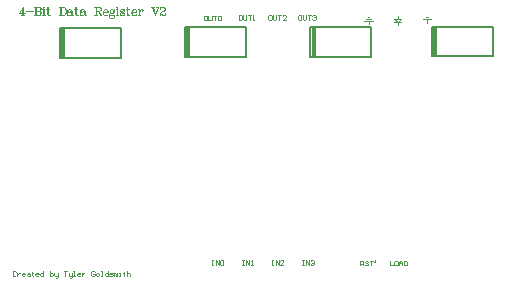
<source format=gbr>
%TF.GenerationSoftware,Altium Limited,Altium Designer,23.5.1 (21)*%
G04 Layer_Color=65535*
%FSLAX45Y45*%
%MOMM*%
%TF.SameCoordinates,90272B24-A97A-474C-8309-4AF10B7EB36B*%
%TF.FilePolarity,Positive*%
%TF.FileFunction,Legend,Top*%
%TF.Part,Single*%
G01*
G75*
%TA.AperFunction,NonConductor*%
%ADD18C,0.12500*%
%ADD19C,0.10000*%
%ADD20C,0.20000*%
%ADD21R,0.40000X2.40000*%
D18*
X3555730Y2270000D02*
X3578230D01*
X3535730Y2250000D02*
X3568270D01*
X3600730D01*
X3568270Y2217500D02*
Y2250000D01*
D19*
X3322000Y2252500D02*
Y2272500D01*
Y2252500D02*
X3352000D01*
Y2252500D02*
Y2252500D01*
X3322000Y2222500D02*
X3352000Y2252500D01*
X3322000Y2222500D02*
Y2222500D01*
X3292000Y2252500D02*
X3322000Y2222500D01*
X3292000Y2252500D02*
X3322000D01*
X3292000Y2222500D02*
X3322000D01*
X3352000D01*
X3322000Y2200000D02*
Y2222500D01*
X3072927Y2203514D02*
Y2233514D01*
X3032927D02*
X3072927D01*
X3112926D01*
X3053155Y2250561D02*
X3073155D01*
X3093155D01*
X3067228Y2265988D02*
X3077228D01*
X1992494Y2279987D02*
X1979164D01*
X1972500Y2273323D01*
Y2246665D01*
X1979164Y2240000D01*
X1992494D01*
X1999158Y2246665D01*
Y2273323D01*
X1992494Y2279987D01*
X2012487D02*
Y2246665D01*
X2019151Y2240000D01*
X2032481D01*
X2039145Y2246665D01*
Y2279987D01*
X2052474D02*
X2079132D01*
X2065803D01*
Y2240000D01*
X2092461D02*
X2105790D01*
X2099125D01*
Y2279987D01*
X2092461Y2273323D01*
X1745000Y209987D02*
X1758329D01*
X1751665D01*
Y170000D01*
X1745000D01*
X1758329D01*
X1778323D02*
Y209987D01*
X1804981Y170000D01*
Y209987D01*
X1818310Y203322D02*
X1824974Y209987D01*
X1838303D01*
X1844968Y203322D01*
Y176664D01*
X1838303Y170000D01*
X1824974D01*
X1818310Y176664D01*
Y203322D01*
X2510000Y207487D02*
X2523329D01*
X2516665D01*
Y167500D01*
X2510000D01*
X2523329D01*
X2543323D02*
Y207487D01*
X2569981Y167500D01*
Y207487D01*
X2583310Y200823D02*
X2589974Y207487D01*
X2603303D01*
X2609968Y200823D01*
Y194158D01*
X2603303Y187494D01*
X2596638D01*
X2603303D01*
X2609968Y180829D01*
Y174164D01*
X2603303Y167500D01*
X2589974D01*
X2583310Y174164D01*
X3002500Y162500D02*
Y202487D01*
X3022494D01*
X3029158Y195823D01*
Y182494D01*
X3022494Y175829D01*
X3002500D01*
X3015829D02*
X3029158Y162500D01*
X3069145Y195823D02*
X3062481Y202487D01*
X3049151D01*
X3042487Y195823D01*
Y189158D01*
X3049151Y182494D01*
X3062481D01*
X3069145Y175829D01*
Y169165D01*
X3062481Y162500D01*
X3049151D01*
X3042487Y169165D01*
X3082474Y202487D02*
X3109132D01*
X3095803D01*
Y162500D01*
X3129125Y209151D02*
Y195823D01*
X3122461Y189158D01*
X2244993Y2279987D02*
X2231664D01*
X2225000Y2273323D01*
Y2246665D01*
X2231664Y2240000D01*
X2244993D01*
X2251658Y2246665D01*
Y2273323D01*
X2244993Y2279987D01*
X2264987D02*
Y2246665D01*
X2271651Y2240000D01*
X2284980D01*
X2291645Y2246665D01*
Y2279987D01*
X2304974D02*
X2331632D01*
X2318303D01*
Y2240000D01*
X2371619D02*
X2344961D01*
X2371619Y2266658D01*
Y2273323D01*
X2364954Y2279987D01*
X2351625D01*
X2344961Y2273323D01*
X2497494Y2282487D02*
X2484164D01*
X2477500Y2275822D01*
Y2249164D01*
X2484164Y2242500D01*
X2497494D01*
X2504158Y2249164D01*
Y2275822D01*
X2497494Y2282487D01*
X2517487D02*
Y2249164D01*
X2524151Y2242500D01*
X2537481D01*
X2544145Y2249164D01*
Y2282487D01*
X2557474D02*
X2584132D01*
X2570803D01*
Y2242500D01*
X2597461Y2275822D02*
X2604125Y2282487D01*
X2617455D01*
X2624119Y2275822D01*
Y2269158D01*
X2617455Y2262494D01*
X2610790D01*
X2617455D01*
X2624119Y2255829D01*
Y2249164D01*
X2617455Y2242500D01*
X2604125D01*
X2597461Y2249164D01*
X2005000Y207487D02*
X2018329D01*
X2011665D01*
Y167500D01*
X2005000D01*
X2018329D01*
X2038323D02*
Y207487D01*
X2064981Y167500D01*
Y207487D01*
X2078310Y167500D02*
X2091638D01*
X2084974D01*
Y207487D01*
X2078310Y200823D01*
X1697494Y2277487D02*
X1684165D01*
X1677500Y2270822D01*
Y2244164D01*
X1684165Y2237500D01*
X1697494D01*
X1704158Y2244164D01*
Y2270822D01*
X1697494Y2277487D01*
X1717487D02*
Y2244164D01*
X1724151Y2237500D01*
X1737481D01*
X1744145Y2244164D01*
Y2277487D01*
X1757474D02*
X1784132D01*
X1770803D01*
Y2237500D01*
X1797461Y2270822D02*
X1804125Y2277487D01*
X1817455D01*
X1824119Y2270822D01*
Y2244164D01*
X1817455Y2237500D01*
X1804125D01*
X1797461Y2244164D01*
Y2270822D01*
X2252500Y204987D02*
X2265829D01*
X2259164D01*
Y165000D01*
X2252500D01*
X2265829D01*
X2285822D02*
Y204987D01*
X2312481Y165000D01*
Y204987D01*
X2352467Y165000D02*
X2325809D01*
X2352467Y191658D01*
Y198322D01*
X2345803Y204987D01*
X2332474D01*
X2325809Y198322D01*
X3252500Y202487D02*
Y162500D01*
X3279158D01*
X3312481Y202487D02*
X3299151D01*
X3292487Y195823D01*
Y169165D01*
X3299151Y162500D01*
X3312481D01*
X3319145Y169165D01*
Y195823D01*
X3312481Y202487D01*
X3332474Y162500D02*
Y189158D01*
X3345803Y202487D01*
X3359132Y189158D01*
Y162500D01*
Y182494D01*
X3332474D01*
X3372461Y202487D02*
Y162500D01*
X3392454D01*
X3399119Y169165D01*
Y195823D01*
X3392454Y202487D01*
X3372461D01*
X86658Y106651D02*
X79993Y113316D01*
X66664D01*
X60000Y106651D01*
Y79993D01*
X66664Y73329D01*
X79993D01*
X86658Y79993D01*
X99987Y99987D02*
Y73329D01*
Y86658D01*
X106651Y93322D01*
X113316Y99987D01*
X119980D01*
X159967Y73329D02*
X146638D01*
X139974Y79993D01*
Y93322D01*
X146638Y99987D01*
X159967D01*
X166632Y93322D01*
Y86658D01*
X139974D01*
X186625Y99987D02*
X199954D01*
X206619Y93322D01*
Y73329D01*
X186625D01*
X179961Y79993D01*
X186625Y86658D01*
X206619D01*
X226612Y106651D02*
Y99987D01*
X219948D01*
X233277D01*
X226612D01*
Y79993D01*
X233277Y73329D01*
X273264D02*
X259935D01*
X253270Y79993D01*
Y93322D01*
X259935Y99987D01*
X273264D01*
X279928Y93322D01*
Y86658D01*
X253270D01*
X319915Y113316D02*
Y73329D01*
X299922D01*
X293257Y79993D01*
Y93322D01*
X299922Y99987D01*
X319915D01*
X373231Y113316D02*
Y73329D01*
X393225D01*
X399889Y79993D01*
Y86658D01*
Y93322D01*
X393225Y99987D01*
X373231D01*
X413218D02*
Y79993D01*
X419883Y73329D01*
X439876D01*
Y66664D01*
X433212Y60000D01*
X426547D01*
X439876Y73329D02*
Y99987D01*
X493192Y113316D02*
X519850D01*
X506521D01*
Y73329D01*
X533179Y99987D02*
Y79993D01*
X539843Y73329D01*
X559837D01*
Y66664D01*
X553173Y60000D01*
X546508D01*
X559837Y73329D02*
Y99987D01*
X573166Y73329D02*
X586495D01*
X579830D01*
Y113316D01*
X573166D01*
X626482Y73329D02*
X613153D01*
X606488Y79993D01*
Y93322D01*
X613153Y99987D01*
X626482D01*
X633147Y93322D01*
Y86658D01*
X606488D01*
X646475Y99987D02*
Y73329D01*
Y86658D01*
X653140Y93322D01*
X659804Y99987D01*
X666469D01*
X753107Y106651D02*
X746443Y113316D01*
X733114D01*
X726449Y106651D01*
Y79993D01*
X733114Y73329D01*
X746443D01*
X753107Y79993D01*
Y93322D01*
X739778D01*
X773101Y73329D02*
X786430D01*
X793094Y79993D01*
Y93322D01*
X786430Y99987D01*
X773101D01*
X766436Y93322D01*
Y79993D01*
X773101Y73329D01*
X806423D02*
X819752D01*
X813088D01*
Y113316D01*
X806423D01*
X866404D02*
Y73329D01*
X846410D01*
X839746Y79993D01*
Y93322D01*
X846410Y99987D01*
X866404D01*
X879733Y73329D02*
X899726D01*
X906391Y79993D01*
X899726Y86658D01*
X886397D01*
X879733Y93322D01*
X886397Y99987D01*
X906391D01*
X919720Y73329D02*
Y99987D01*
X926384D01*
X933049Y93322D01*
Y73329D01*
Y93322D01*
X939713Y99987D01*
X946378Y93322D01*
Y73329D01*
X959707D02*
X973036D01*
X966371D01*
Y99987D01*
X959707D01*
X999694Y106651D02*
Y99987D01*
X993029D01*
X1006358D01*
X999694D01*
Y79993D01*
X1006358Y73329D01*
X1026352Y113316D02*
Y73329D01*
Y93322D01*
X1033016Y99987D01*
X1046345D01*
X1053010Y93322D01*
Y73329D01*
X143326Y2346648D02*
Y2283328D01*
X163322Y2303324D02*
X110000D01*
X146659Y2353314D01*
Y2283328D01*
X133328D02*
X156657D01*
X172987Y2313322D02*
X232974D01*
X251970Y2353314D02*
Y2283328D01*
X255303Y2353314D02*
Y2283328D01*
X241972Y2353314D02*
X281964D01*
X291962Y2349981D01*
X295294Y2346648D01*
X298627Y2339983D01*
Y2333318D01*
X295294Y2326652D01*
X291962Y2323320D01*
X281964Y2319987D01*
Y2353314D02*
X288629Y2349981D01*
X291962Y2346648D01*
X295294Y2339983D01*
Y2333318D01*
X291962Y2326652D01*
X288629Y2323320D01*
X281964Y2319987D01*
X255303D02*
X281964D01*
X291962Y2316655D01*
X295294Y2313322D01*
X298627Y2306657D01*
Y2296659D01*
X295294Y2289994D01*
X291962Y2286661D01*
X281964Y2283328D01*
X241972D01*
X281964Y2319987D02*
X288629Y2316655D01*
X291962Y2313322D01*
X295294Y2306657D01*
Y2296659D01*
X291962Y2289994D01*
X288629Y2286661D01*
X281964Y2283328D01*
X317956Y2353314D02*
X314623Y2349981D01*
X317956Y2346648D01*
X321288Y2349981D01*
X317956Y2353314D01*
Y2329985D02*
Y2283328D01*
X321288Y2329985D02*
Y2283328D01*
X307958Y2329985D02*
X321288D01*
X307958Y2283328D02*
X331286D01*
X363946D02*
X360613Y2286661D01*
X357281Y2296659D01*
Y2353314D01*
X353948D01*
Y2296659D01*
X357281Y2286661D01*
X363946Y2283328D01*
X370611D01*
X377277Y2286661D01*
X380609Y2293326D01*
X343950Y2329985D02*
X370611D01*
X464925Y2353314D02*
Y2283328D01*
X468257Y2353314D02*
Y2283328D01*
X454927Y2353314D02*
X488253D01*
X498251Y2349981D01*
X504916Y2343316D01*
X508249Y2336650D01*
X511581Y2326652D01*
Y2309990D01*
X508249Y2299992D01*
X504916Y2293326D01*
X498251Y2286661D01*
X488253Y2283328D01*
X454927D01*
X488253Y2353314D02*
X494918Y2349981D01*
X501583Y2343316D01*
X504916Y2336650D01*
X508249Y2326652D01*
Y2309990D01*
X504916Y2299992D01*
X501583Y2293326D01*
X494918Y2286661D01*
X488253Y2283328D01*
X527578Y2323320D02*
Y2319987D01*
X524245D01*
Y2323320D01*
X527578Y2326652D01*
X534243Y2329985D01*
X547574D01*
X554239Y2326652D01*
X557571Y2323320D01*
X560904Y2316655D01*
Y2293326D01*
X564237Y2286661D01*
X567569Y2283328D01*
X557571Y2323320D02*
Y2293326D01*
X560904Y2286661D01*
X567569Y2283328D01*
X570902D01*
X557571Y2316655D02*
X554239Y2313322D01*
X534243Y2309990D01*
X524245Y2306657D01*
X520913Y2299992D01*
Y2293326D01*
X524245Y2286661D01*
X534243Y2283328D01*
X544241D01*
X550906Y2286661D01*
X557571Y2293326D01*
X534243Y2309990D02*
X527578Y2306657D01*
X524245Y2299992D01*
Y2293326D01*
X527578Y2286661D01*
X534243Y2283328D01*
X600895D02*
X597563Y2286661D01*
X594230Y2296659D01*
Y2353314D01*
X590898D01*
Y2296659D01*
X594230Y2286661D01*
X600895Y2283328D01*
X607561D01*
X614226Y2286661D01*
X617559Y2293326D01*
X580900Y2329985D02*
X607561D01*
X635555Y2323320D02*
Y2319987D01*
X632222D01*
Y2323320D01*
X635555Y2326652D01*
X642220Y2329985D01*
X655551D01*
X662216Y2326652D01*
X665548Y2323320D01*
X668881Y2316655D01*
Y2293326D01*
X672214Y2286661D01*
X675546Y2283328D01*
X665548Y2323320D02*
Y2293326D01*
X668881Y2286661D01*
X675546Y2283328D01*
X678879D01*
X665548Y2316655D02*
X662216Y2313322D01*
X642220Y2309990D01*
X632222Y2306657D01*
X628890Y2299992D01*
Y2293326D01*
X632222Y2286661D01*
X642220Y2283328D01*
X652218D01*
X658883Y2286661D01*
X665548Y2293326D01*
X642220Y2309990D02*
X635555Y2306657D01*
X632222Y2299992D01*
Y2293326D01*
X635555Y2286661D01*
X642220Y2283328D01*
X761861Y2353314D02*
Y2283328D01*
X765194Y2353314D02*
Y2283328D01*
X751863Y2353314D02*
X791855D01*
X801853Y2349981D01*
X805185Y2346648D01*
X808518Y2339983D01*
Y2333318D01*
X805185Y2326652D01*
X801853Y2323320D01*
X791855Y2319987D01*
X765194D01*
X791855Y2353314D02*
X798520Y2349981D01*
X801853Y2346648D01*
X805185Y2339983D01*
Y2333318D01*
X801853Y2326652D01*
X798520Y2323320D01*
X791855Y2319987D01*
X751863Y2283328D02*
X775192D01*
X781857Y2319987D02*
X788522Y2316655D01*
X791855Y2313322D01*
X801853Y2289994D01*
X805185Y2286661D01*
X808518D01*
X811851Y2289994D01*
X788522Y2316655D02*
X791855Y2309990D01*
X798520Y2286661D01*
X801853Y2283328D01*
X808518D01*
X811851Y2289994D01*
Y2293326D01*
X824181Y2309990D02*
X864173D01*
Y2316655D01*
X860840Y2323320D01*
X857508Y2326652D01*
X850842Y2329985D01*
X840844D01*
X830847Y2326652D01*
X824181Y2319987D01*
X820849Y2309990D01*
Y2303324D01*
X824181Y2293326D01*
X830847Y2286661D01*
X840844Y2283328D01*
X847510D01*
X857508Y2286661D01*
X864173Y2293326D01*
X860840Y2309990D02*
Y2319987D01*
X857508Y2326652D01*
X840844Y2329985D02*
X834179Y2326652D01*
X827514Y2319987D01*
X824181Y2309990D01*
Y2303324D01*
X827514Y2293326D01*
X834179Y2286661D01*
X840844Y2283328D01*
X894833Y2329985D02*
X888168Y2326652D01*
X884835Y2323320D01*
X881502Y2316655D01*
Y2309990D01*
X884835Y2303324D01*
X888168Y2299992D01*
X894833Y2296659D01*
X901498D01*
X908164Y2299992D01*
X911496Y2303324D01*
X914829Y2309990D01*
Y2316655D01*
X911496Y2323320D01*
X908164Y2326652D01*
X901498Y2329985D01*
X894833D01*
X888168Y2326652D02*
X884835Y2319987D01*
Y2306657D01*
X888168Y2299992D01*
X908164D02*
X911496Y2306657D01*
Y2319987D01*
X908164Y2326652D01*
X911496Y2323320D02*
X914829Y2326652D01*
X921494Y2329985D01*
Y2326652D01*
X914829D01*
X884835Y2303324D02*
X881502Y2299992D01*
X878170Y2293326D01*
Y2289994D01*
X881502Y2283328D01*
X891500Y2279996D01*
X908164D01*
X918161Y2276663D01*
X921494Y2273330D01*
X878170Y2289994D02*
X881502Y2286661D01*
X891500Y2283328D01*
X908164D01*
X918161Y2279996D01*
X921494Y2273330D01*
Y2269998D01*
X918161Y2263333D01*
X908164Y2260000D01*
X888168D01*
X878170Y2263333D01*
X874837Y2269998D01*
Y2273330D01*
X878170Y2279996D01*
X888168Y2283328D01*
X941823Y2353314D02*
X938490Y2349981D01*
X941823Y2346648D01*
X945156Y2349981D01*
X941823Y2353314D01*
Y2329985D02*
Y2283328D01*
X945156Y2329985D02*
Y2283328D01*
X931825Y2329985D02*
X945156D01*
X931825Y2283328D02*
X955154D01*
X1001144Y2323320D02*
X1004476Y2329985D01*
Y2316655D01*
X1001144Y2323320D01*
X997811Y2326652D01*
X991146Y2329985D01*
X977815D01*
X971150Y2326652D01*
X967817Y2323320D01*
Y2316655D01*
X971150Y2313322D01*
X977815Y2309990D01*
X994479Y2303324D01*
X1001144Y2299992D01*
X1004476Y2296659D01*
X967817Y2319987D02*
X971150Y2316655D01*
X977815Y2313322D01*
X994479Y2306657D01*
X1001144Y2303324D01*
X1004476Y2299992D01*
Y2289994D01*
X1001144Y2286661D01*
X994479Y2283328D01*
X981148D01*
X974483Y2286661D01*
X971150Y2289994D01*
X967817Y2296659D01*
Y2283328D01*
X971150Y2289994D01*
X1035803Y2283328D02*
X1032470Y2286661D01*
X1029138Y2296659D01*
Y2353314D01*
X1025805D01*
Y2296659D01*
X1029138Y2286661D01*
X1035803Y2283328D01*
X1042468D01*
X1049134Y2286661D01*
X1052466Y2293326D01*
X1015807Y2329985D02*
X1042468D01*
X1067130Y2309990D02*
X1107121D01*
Y2316655D01*
X1103788Y2323320D01*
X1100456Y2326652D01*
X1093791Y2329985D01*
X1083793D01*
X1073795Y2326652D01*
X1067130Y2319987D01*
X1063797Y2309990D01*
Y2303324D01*
X1067130Y2293326D01*
X1073795Y2286661D01*
X1083793Y2283328D01*
X1090458D01*
X1100456Y2286661D01*
X1107121Y2293326D01*
X1103788Y2309990D02*
Y2319987D01*
X1100456Y2326652D01*
X1083793Y2329985D02*
X1077127Y2326652D01*
X1070462Y2319987D01*
X1067130Y2309990D01*
Y2303324D01*
X1070462Y2293326D01*
X1077127Y2286661D01*
X1083793Y2283328D01*
X1127783Y2329985D02*
Y2283328D01*
X1131116Y2329985D02*
Y2283328D01*
Y2309990D02*
X1134449Y2319987D01*
X1141114Y2326652D01*
X1147779Y2329985D01*
X1157777D01*
X1161109Y2326652D01*
Y2323320D01*
X1157777Y2319987D01*
X1154444Y2323320D01*
X1157777Y2326652D01*
X1117785Y2329985D02*
X1131116D01*
X1117785Y2283328D02*
X1141114D01*
X1241426Y2353314D02*
X1264754Y2283328D01*
X1244758Y2353314D02*
X1264754Y2293326D01*
X1288083Y2353314D02*
X1264754Y2283328D01*
X1234761Y2353314D02*
X1254756D01*
X1274752D02*
X1294748D01*
X1307079Y2339983D02*
X1310411Y2336650D01*
X1307079Y2333318D01*
X1303746Y2336650D01*
Y2339983D01*
X1307079Y2346648D01*
X1310411Y2349981D01*
X1320409Y2353314D01*
X1333740D01*
X1343737Y2349981D01*
X1347070Y2346648D01*
X1350403Y2339983D01*
Y2333318D01*
X1347070Y2326652D01*
X1337072Y2319987D01*
X1320409Y2313322D01*
X1313744Y2309990D01*
X1307079Y2303324D01*
X1303746Y2293326D01*
Y2283328D01*
X1333740Y2353314D02*
X1340405Y2349981D01*
X1343737Y2346648D01*
X1347070Y2339983D01*
Y2333318D01*
X1343737Y2326652D01*
X1333740Y2319987D01*
X1320409Y2313322D01*
X1303746Y2289994D02*
X1307079Y2293326D01*
X1313744D01*
X1330407Y2286661D01*
X1340405D01*
X1347070Y2289994D01*
X1350403Y2293326D01*
Y2299992D01*
X1313744Y2293326D02*
X1330407Y2283328D01*
X1343737D01*
X1347070Y2286661D01*
X1350403Y2293326D01*
D20*
X980177Y1922883D02*
Y2172883D01*
X462677D02*
X980177D01*
X462677Y1922883D02*
Y2172883D01*
Y1922883D02*
X980177D01*
X1518495Y1929876D02*
X2035995D01*
X1518495D02*
Y2179876D01*
X2035995D01*
Y1929876D02*
Y2179876D01*
X3097235Y1929876D02*
Y2179876D01*
X2579736D02*
X3097235D01*
X2579736Y1929876D02*
Y2179876D01*
Y1929876D02*
X3097235D01*
X3610000Y1932500D02*
X4127500D01*
X3610000D02*
Y2182500D01*
X4127500D01*
Y1932500D02*
Y2182500D01*
D21*
X490177Y2050383D02*
D03*
X1545995Y2057376D02*
D03*
X2607235D02*
D03*
X3637500Y2060000D02*
D03*
%TF.MD5,6d5ddada5c9368e2067cd9091f7d3c6a*%
M02*

</source>
